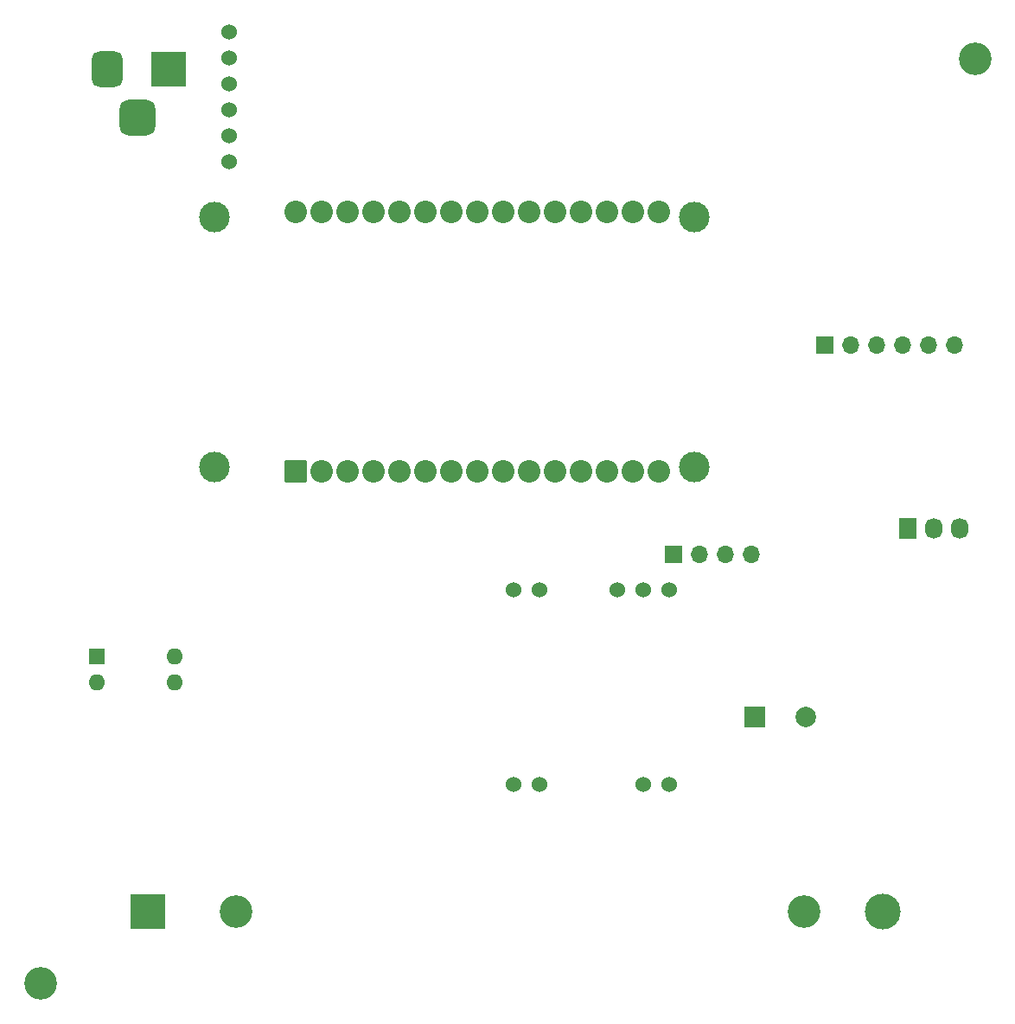
<source format=gbr>
%TF.GenerationSoftware,KiCad,Pcbnew,8.0.4*%
%TF.CreationDate,2024-09-12T20:04:55-05:00*%
%TF.ProjectId,PCB 1,50434220-312e-46b6-9963-61645f706362,rev?*%
%TF.SameCoordinates,Original*%
%TF.FileFunction,Soldermask,Top*%
%TF.FilePolarity,Negative*%
%FSLAX46Y46*%
G04 Gerber Fmt 4.6, Leading zero omitted, Abs format (unit mm)*
G04 Created by KiCad (PCBNEW 8.0.4) date 2024-09-12 20:04:55*
%MOMM*%
%LPD*%
G01*
G04 APERTURE LIST*
G04 Aperture macros list*
%AMRoundRect*
0 Rectangle with rounded corners*
0 $1 Rounding radius*
0 $2 $3 $4 $5 $6 $7 $8 $9 X,Y pos of 4 corners*
0 Add a 4 corners polygon primitive as box body*
4,1,4,$2,$3,$4,$5,$6,$7,$8,$9,$2,$3,0*
0 Add four circle primitives for the rounded corners*
1,1,$1+$1,$2,$3*
1,1,$1+$1,$4,$5*
1,1,$1+$1,$6,$7*
1,1,$1+$1,$8,$9*
0 Add four rect primitives between the rounded corners*
20,1,$1+$1,$2,$3,$4,$5,0*
20,1,$1+$1,$4,$5,$6,$7,0*
20,1,$1+$1,$6,$7,$8,$9,0*
20,1,$1+$1,$8,$9,$2,$3,0*%
G04 Aperture macros list end*
%ADD10R,1.700000X1.700000*%
%ADD11O,1.700000X1.700000*%
%ADD12C,1.524000*%
%ADD13R,1.730000X2.030000*%
%ADD14O,1.730000X2.030000*%
%ADD15R,3.500000X3.500000*%
%ADD16RoundRect,0.750000X-0.750000X-1.000000X0.750000X-1.000000X0.750000X1.000000X-0.750000X1.000000X0*%
%ADD17RoundRect,0.875000X-0.875000X-0.875000X0.875000X-0.875000X0.875000X0.875000X-0.875000X0.875000X0*%
%ADD18R,1.600000X1.600000*%
%ADD19O,1.600000X1.600000*%
%ADD20C,3.200000*%
%ADD21R,2.000000X2.000000*%
%ADD22C,2.000000*%
%ADD23C,3.500000*%
%ADD24C,3.000000*%
%ADD25RoundRect,0.102000X1.000000X-1.000000X1.000000X1.000000X-1.000000X1.000000X-1.000000X-1.000000X0*%
%ADD26C,2.204000*%
G04 APERTURE END LIST*
D10*
%TO.C,J5*%
X180800000Y-83000000D03*
D11*
X183340000Y-83000000D03*
X185880000Y-83000000D03*
X188420000Y-83000000D03*
X190960000Y-83000000D03*
X193500000Y-83000000D03*
%TD*%
D12*
%TO.C,U3*%
X122500000Y-52340000D03*
X122500000Y-54880000D03*
X122500000Y-57420000D03*
X122500000Y-59960000D03*
X122500000Y-62500000D03*
X122500000Y-65040000D03*
%TD*%
D13*
%TO.C,J1*%
X188920000Y-101000000D03*
D14*
X191460000Y-101000000D03*
X194000000Y-101000000D03*
%TD*%
D12*
%TO.C,U2*%
X165540000Y-106950000D03*
X163000000Y-106950000D03*
X160460000Y-106950000D03*
X152840000Y-106950000D03*
X150300000Y-106950000D03*
X150300000Y-126000000D03*
X152840000Y-126000000D03*
X163000000Y-126000000D03*
X165540000Y-126000000D03*
%TD*%
D15*
%TO.C,J3*%
X116500000Y-56042500D03*
D16*
X110500000Y-56042500D03*
D17*
X113500000Y-60742500D03*
%TD*%
D18*
%TO.C,SW1*%
X109500000Y-113500000D03*
D19*
X109500000Y-116040000D03*
X117120000Y-116040000D03*
X117120000Y-113500000D03*
%TD*%
D20*
%TO.C,REF\u002A\u002A*%
X104000000Y-145500000D03*
%TD*%
%TO.C,REF\u002A\u002A*%
X195500000Y-55000000D03*
%TD*%
D21*
%TO.C,BZ1*%
X173960000Y-119450000D03*
D22*
X178960000Y-119450000D03*
%TD*%
D20*
%TO.C,BT1*%
X123145000Y-138500000D03*
X178755000Y-138500000D03*
D15*
X114500000Y-138500000D03*
D23*
X186500000Y-138500000D03*
%TD*%
D10*
%TO.C,J2*%
X165960000Y-103500000D03*
D11*
X168500000Y-103500000D03*
X171040000Y-103500000D03*
X173580000Y-103500000D03*
%TD*%
D24*
%TO.C,U1*%
X121060000Y-94980000D03*
X168010000Y-94980000D03*
X121060000Y-70470000D03*
X168010000Y-70470000D03*
D25*
X129020000Y-95400000D03*
D26*
X131560000Y-95400000D03*
X134100000Y-95400000D03*
X136640000Y-95400000D03*
X139180000Y-95400000D03*
X141720000Y-95400000D03*
X144260000Y-95400000D03*
X146800000Y-95400000D03*
X149340000Y-95400000D03*
X151880000Y-95400000D03*
X154420000Y-95400000D03*
X156960000Y-95400000D03*
X159500000Y-95400000D03*
X162040000Y-95400000D03*
X164580000Y-95400000D03*
X164580000Y-70000000D03*
X162040000Y-70000000D03*
X159500000Y-70000000D03*
X156960000Y-70000000D03*
X154420000Y-70000000D03*
X151880000Y-70000000D03*
X149340000Y-70000000D03*
X146800000Y-70000000D03*
X144260000Y-70000000D03*
X141720000Y-70000000D03*
X139180000Y-70000000D03*
X136640000Y-70000000D03*
X134100000Y-70000000D03*
X131560000Y-70000000D03*
X129020000Y-70000000D03*
%TD*%
M02*

</source>
